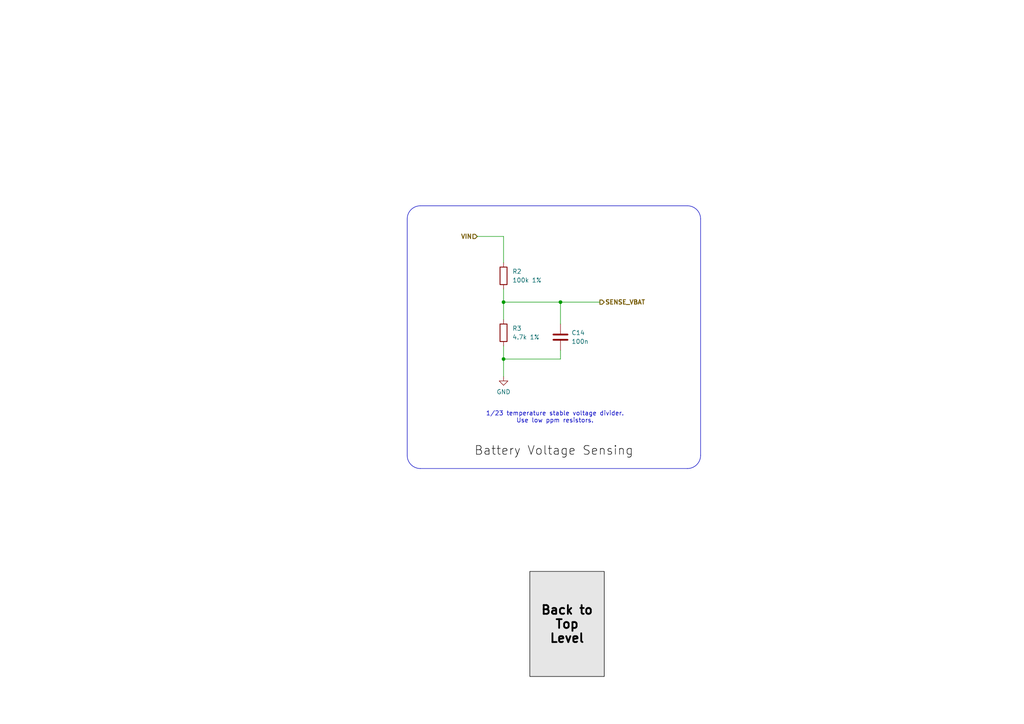
<source format=kicad_sch>
(kicad_sch (version 20230121) (generator eeschema)
  (paper "A4")
  (title_block (title "Battery Sensing Voltage Divider") (date "2023-10-14") (rev "1.0") (company "EPFL Xplore") (comment 3 "Author: Vincent Nguyen"))
  (lib_symbols
    (symbol "Device:C" (pin_numbers hide) (pin_names (offset 0.254))
      (property "Reference" "C" (at 0.635 2.54 0))
      (property "Value" "C" (at 0.635 -2.54 0))
      (symbol "C_0_1"
        (polyline (pts (xy -2.032 -0.762) (xy 2.032 -0.762)) (stroke (width 0.508)))
        (polyline (pts (xy -2.032 0.762) (xy 2.032 0.762)) (stroke (width 0.508)))
      )
      (symbol "C_1_1"
        (pin passive line (at 0 3.81 270) (length 2.794) (name "~") (number "1"))
        (pin passive line (at 0 -3.81 90) (length 2.794) (name "~") (number "2"))
      )
    )
    (symbol "Device:R" (pin_numbers hide) (pin_names (offset 0))
      (property "Reference" "R" (at 2.032 0 90))
      (property "Value" "R" (at 0 0 90))
      (symbol "R_0_1"
        (rectangle (start -1.016 -2.54) (end 1.016 2.54) (stroke (width 0.254)))
      )
      (symbol "R_1_1"
        (pin passive line (at 0 3.81 270) (length 1.27) (name "~") (number "1"))
        (pin passive line (at 0 -3.81 90) (length 1.27) (name "~") (number "2"))
      )
    )
    (symbol "power:GND" (power) (pin_names (offset 0))
      (property "Value" "GND" (at 0 -3.81 0))
      (symbol "GND_0_1"
        (polyline (pts (xy 0 0) (xy 0 -1.27) (xy 1.27 -1.27) (xy 0 -2.54) (xy -1.27 -1.27) (xy 0 -1.27)))
      )
      (symbol "GND_1_1"
        (pin power_in line (at 0 0 270) (length 0) hide (name "GND") (number "1"))
      )
    )
  )
  (junction (at 146.05 87.63))
  (junction (at 162.56 87.63))
  (junction (at 146.05 104.14))
  (polyline (pts (xy 118.11 63.5) (xy 118.11 132.08)))
  (wire (pts (xy 162.56 87.63) (xy 162.56 93.98)))
  (wire (pts (xy 162.56 87.63) (xy 146.05 87.63)))
  (wire (pts (xy 162.56 101.6) (xy 162.56 104.14)))
  (polyline (pts (xy 203.2 63.5) (xy 203.2 132.08)))
  (polyline (pts (xy 199.39 135.89) (xy 121.92 135.89)))
  (wire (pts (xy 146.05 87.63) (xy 146.05 92.71)))
  (wire (pts (xy 162.56 104.14) (xy 146.05 104.14)))
  (wire (pts (xy 146.05 68.58) (xy 146.05 76.2)))
  (wire (pts (xy 162.56 87.63) (xy 173.99 87.63)))
  (wire (pts (xy 146.05 83.82) (xy 146.05 87.63)))
  (wire (pts (xy 138.43 68.58) (xy 146.05 68.58)))
  (wire (pts (xy 146.05 109.22) (xy 146.05 104.14)))
  (wire (pts (xy 146.05 104.14) (xy 146.05 100.33)))
  (polyline (pts (xy 121.92 59.69) (xy 199.39 59.69)))
  (arc (start 199.39 59.69) (mid 202.0838 60.8048) (end 203.2 63.5))
  (arc (start 203.2 132.08) (mid 202.0838 134.7723) (end 199.39 135.89))
  (arc (start 121.92 135.89) (mid 119.2227 134.7758) (end 118.11 132.08))
  (arc (start 118.11 63.5) (mid 119.2262 60.8077) (end 121.92 59.69))
  (text_box "Battery Voltage Sensing" (at 120.015 124.46 0) (size 81.28 9.525) (stroke (width -0.0001)) (effects (font (size 2.54 2.54)) (justify bottom)))
  (text_box "1/23 temperature stable voltage divider. Use low ppm resistors.\n" (at 138.43 118.11 0) (size 45.085 8.255) (stroke (width -0.0001)) (effects (font (size 1.27 1.27)) (justify top)))
  (text_box "Back to Top Level" (at 153.67 165.735 0) (size 21.59 30.48) (stroke (width 0) (color 0 0 0 1)) (fill (type color) (color 0 0 0 0.1)) (effects (font (size 2.54 2.54) (thickness 0.508) bold)))
  (hierarchical_label "VIN" (shape input) (at 138.43 68.58 180) (effects (font bold)))
  (hierarchical_label "SENSE_VBAT" (shape output) (at 173.99 87.63 0) (effects (font bold)))
  (symbol (lib_id "Device:R") (at 146.05 96.52 0) (unit 1)
    (property "Reference" "R3" (at 148.59 95.25 0) (effects (justify left)))
    (property "Value" "4.7k 1%" (at 148.59 97.79 0) (effects (justify left)))
  )
  (symbol (lib_id "Device:C") (at 162.56 97.79 0) (unit 1)
    (property "Reference" "C14" (at 165.735 96.52 0) (effects (justify left)))
    (property "Value" "100n" (at 165.735 99.06 0) (effects (justify left)))
  )
  (symbol (lib_id "power:GND") (at 146.05 109.22 0) (unit 1)
    (property "Reference" "#PWR016" (effects hide))
    (property "Value" "GND" (at 146.05 113.665 0))
  )
  (symbol (lib_id "Device:R") (at 146.05 80.01 0) (unit 1)
    (property "Reference" "R2" (at 148.59 78.74 0) (effects (justify left)))
    (property "Value" "100k 1%" (at 148.59 81.28 0) (effects (justify left)))
  )
)
</source>
